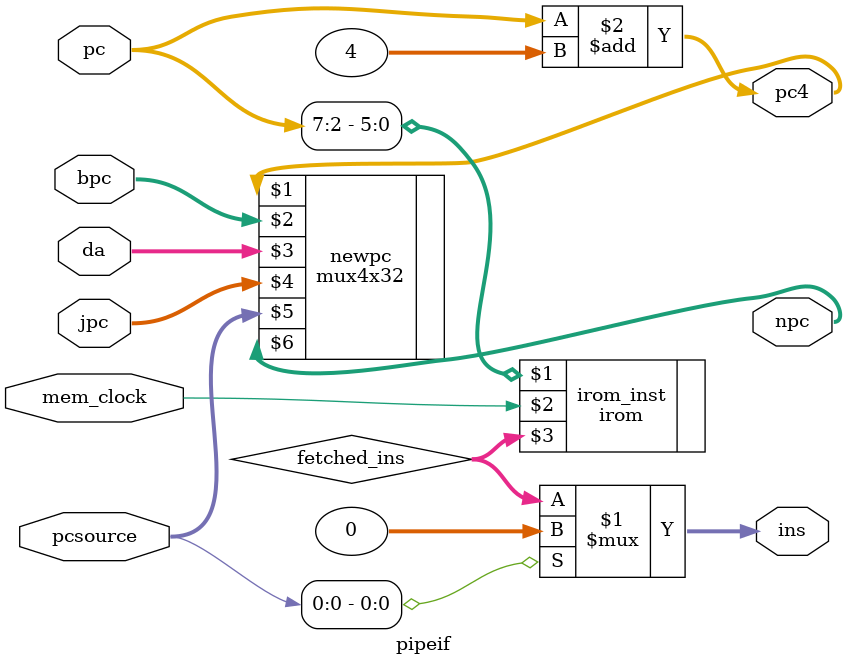
<source format=v>
module pipeif (	pcsource, pc, bpc, da, jpc, npc, pc4, ins, mem_clock );  
	input [1:0]		pcsource;
	input [31:0]	pc, bpc, da, jpc;
	input 			mem_clock;
	output [31:0]	pc4, ins, npc;
	
	wire [31:0]		fetched_ins;
	irom irom_inst(pc[7:2], mem_clock, fetched_ins);
	assign ins = pcsource[0]? 32'h0:fetched_ins;
	assign pc4 = pc + 32'h4;
	mux4x32	newpc(pc4, bpc, da, jpc, pcsource, npc);
endmodule
</source>
